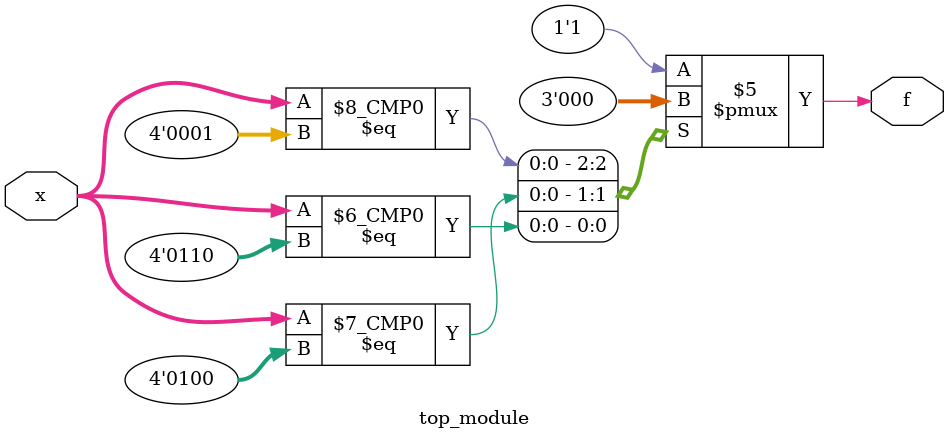
<source format=sv>
module top_module (
    input [4:1] x,
    output logic f
);

always_comb begin
    case ({x[4], x[3], x[2], x[1]})
        4'b0001: f = 0;
        4'b0011: f = 1;
        4'b0100: f = 0;
        4'b0101: f = 1;
        4'b0110: f = 0;
        4'b1000: f = 1;
        4'b1001: f = 1;
        default: f = 1; // Don't care cases
    endcase
end

endmodule

</source>
